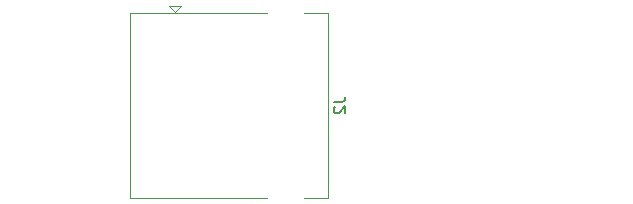
<source format=gbo>
G04 #@! TF.GenerationSoftware,KiCad,Pcbnew,(5.99.0-12896-g1860893d63)*
G04 #@! TF.CreationDate,2021-12-10T21:36:47+01:00*
G04 #@! TF.ProjectId,HP_44491A_to_UTP_v2,48505f34-3434-4393-9141-5f746f5f5554,rev?*
G04 #@! TF.SameCoordinates,Original*
G04 #@! TF.FileFunction,Legend,Bot*
G04 #@! TF.FilePolarity,Positive*
%FSLAX46Y46*%
G04 Gerber Fmt 4.6, Leading zero omitted, Abs format (unit mm)*
G04 Created by KiCad (PCBNEW (5.99.0-12896-g1860893d63)) date 2021-12-10 21:36:47*
%MOMM*%
%LPD*%
G01*
G04 APERTURE LIST*
%ADD10C,0.150000*%
%ADD11C,0.120000*%
%ADD12C,3.650000*%
%ADD13R,1.500000X1.500000*%
%ADD14C,1.500000*%
%ADD15C,3.000000*%
%ADD16C,0.900000*%
%ADD17C,12.800000*%
%ADD18C,8.000000*%
G04 APERTURE END LIST*
D10*
X143554380Y-70438466D02*
X144268666Y-70438466D01*
X144411523Y-70390847D01*
X144506761Y-70295609D01*
X144554380Y-70152752D01*
X144554380Y-70057514D01*
X143649619Y-70867038D02*
X143602000Y-70914657D01*
X143554380Y-71009895D01*
X143554380Y-71247990D01*
X143602000Y-71343228D01*
X143649619Y-71390847D01*
X143744857Y-71438466D01*
X143840095Y-71438466D01*
X143982952Y-71390847D01*
X144554380Y-70819419D01*
X144554380Y-71438466D01*
D11*
X143052000Y-78631800D02*
X143052000Y-62901800D01*
X130102000Y-62821800D02*
X129602000Y-62321800D01*
X126312000Y-78621800D02*
X126312000Y-62901800D01*
X126312000Y-62901800D02*
X143052000Y-62901800D01*
X129602000Y-62321800D02*
X130602000Y-62321800D01*
X126312000Y-78631800D02*
X143052000Y-78631800D01*
X130602000Y-62321800D02*
X130102000Y-62821800D01*
D12*
X136452000Y-65051800D03*
X136452000Y-76481800D03*
X165789000Y-76350000D03*
X165789000Y-64920000D03*
X118418000Y-65097800D03*
X118418000Y-76527800D03*
%LPC*%
D11*
X176022000Y-35306000D02*
X90170000Y-35306000D01*
X90170000Y-35306000D02*
X90170000Y-17526000D01*
X90170000Y-17526000D02*
X176022000Y-17526000D01*
X176022000Y-17526000D02*
X176022000Y-35306000D01*
G36*
X176022000Y-35306000D02*
G01*
X90170000Y-35306000D01*
X90170000Y-17526000D01*
X176022000Y-17526000D01*
X176022000Y-35306000D01*
G37*
X176022000Y-35306000D02*
X90170000Y-35306000D01*
X90170000Y-17526000D01*
X176022000Y-17526000D01*
X176022000Y-35306000D01*
D12*
X136452000Y-65051800D03*
X136452000Y-76481800D03*
D13*
X130102000Y-66321800D03*
D14*
X127562000Y-67591800D03*
X130102000Y-68861800D03*
X127562000Y-70131800D03*
X130102000Y-71401800D03*
X127562000Y-72671800D03*
X130102000Y-73941800D03*
X127562000Y-75211800D03*
D15*
X139500000Y-78559800D03*
X139500000Y-63019800D03*
D16*
X97840800Y-69977600D03*
X93040800Y-74777600D03*
X101234913Y-78171713D03*
X94446687Y-71383487D03*
X101234913Y-71383487D03*
D17*
X97840800Y-74777600D03*
D16*
X97840800Y-79577600D03*
X102640800Y-74777600D03*
X94446687Y-78171713D03*
D12*
X165789000Y-76350000D03*
X165789000Y-64920000D03*
D13*
X159439000Y-75080000D03*
D14*
X156899000Y-73810000D03*
X159439000Y-72540000D03*
X156899000Y-71270000D03*
X159439000Y-70000000D03*
X156899000Y-68730000D03*
X159439000Y-67460000D03*
X156899000Y-66190000D03*
D15*
X168837000Y-78382000D03*
X168837000Y-62842000D03*
D12*
X118418000Y-65097800D03*
X118418000Y-76527800D03*
D13*
X112068000Y-75257800D03*
D14*
X109528000Y-73987800D03*
X112068000Y-72717800D03*
X109528000Y-71447800D03*
X112068000Y-70177800D03*
X109528000Y-68907800D03*
X112068000Y-67637800D03*
X109528000Y-66367800D03*
D15*
X121466000Y-78559800D03*
X121466000Y-63019800D03*
D18*
X150096000Y-48026000D03*
X116096000Y-48026000D03*
D16*
X97942400Y-33274000D03*
X101904800Y-33274000D03*
X113842800Y-33274000D03*
X117805200Y-33274000D03*
X129692400Y-33274000D03*
X133654800Y-33274000D03*
X145592800Y-33274000D03*
X149555200Y-33274000D03*
X105918000Y-33274000D03*
X109829600Y-33274000D03*
X121767600Y-33274000D03*
X125730000Y-33274000D03*
X137668000Y-33274000D03*
X141630400Y-33274000D03*
X153517600Y-33274000D03*
X157480000Y-33274000D03*
X161442400Y-33274000D03*
X165455600Y-33274000D03*
X169418000Y-33274000D03*
X173355000Y-33274000D03*
M02*

</source>
